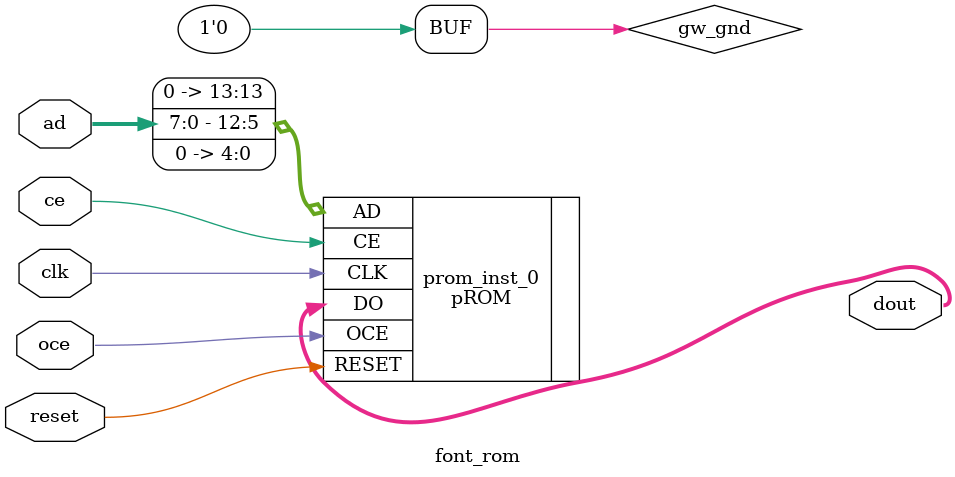
<source format=v>

module font_rom (dout, clk, oce, ce, reset, ad);

output [31:0] dout;
input clk;
input oce;
input ce;
input reset;
input [7:0] ad;

wire gw_gnd;

assign gw_gnd = 1'b0;

pROM prom_inst_0 (
    .DO(dout[31:0]),
    .CLK(clk),
    .OCE(oce),
    .CE(ce),
    .RESET(reset),
    .AD({gw_gnd,ad[7:0],gw_gnd,gw_gnd,gw_gnd,gw_gnd,gw_gnd})
);

defparam prom_inst_0.READ_MODE = 1'b0;
defparam prom_inst_0.BIT_WIDTH = 32;
defparam prom_inst_0.RESET_MODE = "SYNC";
defparam prom_inst_0.INIT_RAM_00 = 256'h0400004004000040040001800400060007FFF800000000000000000000000000;
defparam prom_inst_0.INIT_RAM_01 = 256'h0700000007FFFFC0040000400400004004000040040000400400004004000040;
defparam prom_inst_0.INIT_RAM_02 = 256'h0403000004060000040C000004180000043000000460000004C0000005800000;
defparam prom_inst_0.INIT_RAM_03 = 256'h0000000000000000000000000400180004003000040060000400C00004018000;
defparam prom_inst_0.INIT_RAM_04 = 256'h007FF00000000000000000000000000000000000000000000000000000000000;
defparam prom_inst_0.INIT_RAM_05 = 256'h007FF000007FF000007FF000007FF000007FF000007FF000007FF000007FF000;
defparam prom_inst_0.INIT_RAM_06 = 256'h0000000000000000000000000000000000000000000000000000000000000000;
defparam prom_inst_0.INIT_RAM_07 = 256'h0000000000000000000000000000000000000000000000000000000000000000;
defparam prom_inst_0.INIT_RAM_08 = 256'h0000000000000000000000000000000000000000000000000000000000000000;
defparam prom_inst_0.INIT_RAM_09 = 256'h0000000000000000000000000000000000000000000000000000000000000000;
defparam prom_inst_0.INIT_RAM_0A = 256'h0000000000000000000000000000000000000000000000000000000000000000;
defparam prom_inst_0.INIT_RAM_0B = 256'h0000000000000000000000000000000000000000000000000000000000000000;
defparam prom_inst_0.INIT_RAM_0C = 256'h0000000000000000000000000000000000000000000000000000000000000000;
defparam prom_inst_0.INIT_RAM_0D = 256'h0000000000000000000000000000000000000000000000000000000000000000;
defparam prom_inst_0.INIT_RAM_0E = 256'h0000000000000000000000000000000000000000000000000000000000000000;
defparam prom_inst_0.INIT_RAM_0F = 256'h0000000000000000000000000000000000000000000000000000000000000000;
defparam prom_inst_0.INIT_RAM_10 = 256'h0000000000000000000000000000000000000000000000000000000000000000;
defparam prom_inst_0.INIT_RAM_11 = 256'h0000000000000000000000000000000000000000000000000000000000000000;
defparam prom_inst_0.INIT_RAM_12 = 256'h0000000000000000000000000000000000000000000000000000000000000000;
defparam prom_inst_0.INIT_RAM_13 = 256'h0000000000000000000000000000000000000000000000000000000000000000;
defparam prom_inst_0.INIT_RAM_14 = 256'h0000000000000000000000000000000000000000000000000000000000000000;
defparam prom_inst_0.INIT_RAM_15 = 256'h0000000000000000000000000000000000000000000000000000000000000000;
defparam prom_inst_0.INIT_RAM_16 = 256'h0000000000000000000000000000000000000000000000000000000000000000;
defparam prom_inst_0.INIT_RAM_17 = 256'h0000000000000000000000000000000000000000000000000000000000000000;
defparam prom_inst_0.INIT_RAM_18 = 256'h0000000000000000000000000000000000000000000000000000000000000000;
defparam prom_inst_0.INIT_RAM_19 = 256'h0000000000000000000000000000000000000000000000000000000000000000;
defparam prom_inst_0.INIT_RAM_1A = 256'h0000000000000000000000000000000000000000000000000000000000000000;
defparam prom_inst_0.INIT_RAM_1B = 256'h0000000000000000000000000000000000000000000000000000000000000000;
defparam prom_inst_0.INIT_RAM_1C = 256'h0000000000000000000000000000000000000000000000000000000000000000;
defparam prom_inst_0.INIT_RAM_1D = 256'h0000000000000000000000000000000000000000000000000000000000000000;
defparam prom_inst_0.INIT_RAM_1E = 256'h0000000000000000000000000000000000000000000000000000000000000000;
defparam prom_inst_0.INIT_RAM_1F = 256'h0000000000000000000000000000000000000000000000000000000000000000;

endmodule //font_rom

</source>
